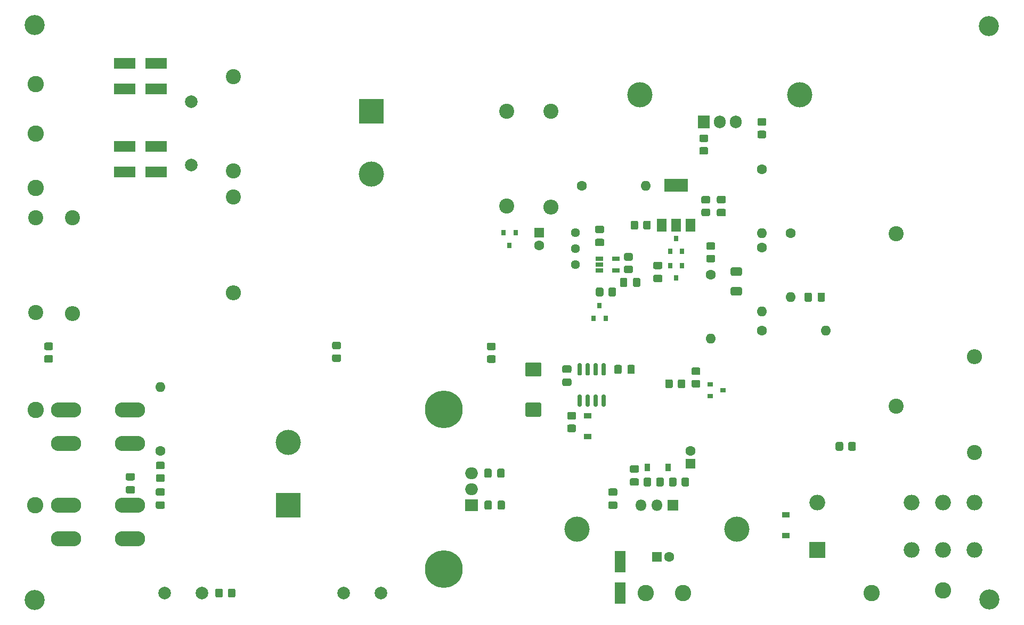
<source format=gbr>
G04 #@! TF.GenerationSoftware,KiCad,Pcbnew,(5.1.10-0-10_14)*
G04 #@! TF.CreationDate,2021-08-01T17:51:31+02:00*
G04 #@! TF.ProjectId,hv-power-supply-v1,68762d70-6f77-4657-922d-737570706c79,rev?*
G04 #@! TF.SameCoordinates,Original*
G04 #@! TF.FileFunction,Soldermask,Top*
G04 #@! TF.FilePolarity,Negative*
%FSLAX46Y46*%
G04 Gerber Fmt 4.6, Leading zero omitted, Abs format (unit mm)*
G04 Created by KiCad (PCBNEW (5.1.10-0-10_14)) date 2021-08-01 17:51:31*
%MOMM*%
%LPD*%
G01*
G04 APERTURE LIST*
%ADD10O,1.600000X1.600000*%
%ADD11C,1.600000*%
%ADD12C,2.400000*%
%ADD13O,2.400000X2.400000*%
%ADD14C,2.000000*%
%ADD15R,1.500000X2.000000*%
%ADD16R,3.800000X2.000000*%
%ADD17C,6.000000*%
%ADD18R,0.800000X0.900000*%
%ADD19R,0.900000X0.800000*%
%ADD20R,1.220000X0.650000*%
%ADD21C,4.000000*%
%ADD22R,4.000000X4.000000*%
%ADD23R,2.000000X1.905000*%
%ADD24O,2.000000X1.905000*%
%ADD25R,1.800000X3.500000*%
%ADD26O,4.800600X2.400300*%
%ADD27R,0.900000X1.200000*%
%ADD28R,1.600000X1.600000*%
%ADD29R,3.500000X1.800000*%
%ADD30O,1.905000X2.000000*%
%ADD31R,1.905000X2.000000*%
%ADD32C,2.600000*%
%ADD33C,1.440000*%
%ADD34O,2.500000X2.500000*%
%ADD35R,2.500000X2.500000*%
%ADD36R,1.200000X0.900000*%
%ADD37R,1.800000X1.800000*%
%ADD38O,1.800000X1.800000*%
%ADD39C,3.200000*%
G04 APERTURE END LIST*
D10*
X79184500Y-106997500D03*
D11*
X79184500Y-117157500D03*
D12*
X90805000Y-57594500D03*
X90805000Y-72594500D03*
X196088000Y-110050000D03*
X196088000Y-82550000D03*
D13*
X90779600Y-91948000D03*
D12*
X90779600Y-76708000D03*
D14*
X84124800Y-61620400D03*
X84124800Y-71620400D03*
G36*
G01*
X79634501Y-120043500D02*
X78734499Y-120043500D01*
G75*
G02*
X78484500Y-119793501I0J249999D01*
G01*
X78484500Y-119093499D01*
G75*
G02*
X78734499Y-118843500I249999J0D01*
G01*
X79634501Y-118843500D01*
G75*
G02*
X79884500Y-119093499I0J-249999D01*
G01*
X79884500Y-119793501D01*
G75*
G02*
X79634501Y-120043500I-249999J0D01*
G01*
G37*
G36*
G01*
X79634501Y-122043500D02*
X78734499Y-122043500D01*
G75*
G02*
X78484500Y-121793501I0J249999D01*
G01*
X78484500Y-121093499D01*
G75*
G02*
X78734499Y-120843500I249999J0D01*
G01*
X79634501Y-120843500D01*
G75*
G02*
X79884500Y-121093499I0J-249999D01*
G01*
X79884500Y-121793501D01*
G75*
G02*
X79634501Y-122043500I-249999J0D01*
G01*
G37*
G36*
G01*
X79659500Y-124242500D02*
X78709500Y-124242500D01*
G75*
G02*
X78459500Y-123992500I0J250000D01*
G01*
X78459500Y-123317500D01*
G75*
G02*
X78709500Y-123067500I250000J0D01*
G01*
X79659500Y-123067500D01*
G75*
G02*
X79909500Y-123317500I0J-250000D01*
G01*
X79909500Y-123992500D01*
G75*
G02*
X79659500Y-124242500I-250000J0D01*
G01*
G37*
G36*
G01*
X79659500Y-126317500D02*
X78709500Y-126317500D01*
G75*
G02*
X78459500Y-126067500I0J250000D01*
G01*
X78459500Y-125392500D01*
G75*
G02*
X78709500Y-125142500I250000J0D01*
G01*
X79659500Y-125142500D01*
G75*
G02*
X79909500Y-125392500I0J-250000D01*
G01*
X79909500Y-126067500D01*
G75*
G02*
X79659500Y-126317500I-250000J0D01*
G01*
G37*
G36*
G01*
X74897000Y-121829500D02*
X73947000Y-121829500D01*
G75*
G02*
X73697000Y-121579500I0J250000D01*
G01*
X73697000Y-120904500D01*
G75*
G02*
X73947000Y-120654500I250000J0D01*
G01*
X74897000Y-120654500D01*
G75*
G02*
X75147000Y-120904500I0J-250000D01*
G01*
X75147000Y-121579500D01*
G75*
G02*
X74897000Y-121829500I-250000J0D01*
G01*
G37*
G36*
G01*
X74897000Y-123904500D02*
X73947000Y-123904500D01*
G75*
G02*
X73697000Y-123654500I0J250000D01*
G01*
X73697000Y-122979500D01*
G75*
G02*
X73947000Y-122729500I250000J0D01*
G01*
X74897000Y-122729500D01*
G75*
G02*
X75147000Y-122979500I0J-250000D01*
G01*
X75147000Y-123654500D01*
G75*
G02*
X74897000Y-123904500I-250000J0D01*
G01*
G37*
D15*
X158863000Y-81216500D03*
X163463000Y-81216500D03*
X161163000Y-81216500D03*
D16*
X161163000Y-74916500D03*
D17*
X124206000Y-135890000D03*
X124206000Y-110490000D03*
D18*
X161160500Y-89630000D03*
X160210500Y-87630000D03*
X162110500Y-87630000D03*
D19*
X168602000Y-107465000D03*
X166602000Y-108415000D03*
X166602000Y-106515000D03*
D20*
X151616400Y-86550500D03*
X151616400Y-88450500D03*
X148996400Y-88450500D03*
X148996400Y-87500500D03*
X148996400Y-86550500D03*
D21*
X99504500Y-115753000D03*
D22*
X99504500Y-125753000D03*
D23*
X128613000Y-125753000D03*
D24*
X128613000Y-123213000D03*
X128613000Y-120673000D03*
D21*
X155410000Y-60475000D03*
X180810000Y-60475000D03*
X145377000Y-129563000D03*
X170777000Y-129563000D03*
D25*
X152298500Y-139723000D03*
X152298500Y-134723000D03*
D13*
X208597500Y-102108000D03*
D12*
X208597500Y-117348000D03*
D26*
X64224000Y-110640000D03*
X74384000Y-110640000D03*
X74384000Y-131087000D03*
X64224000Y-131087000D03*
X74384000Y-125753000D03*
X64224000Y-125753000D03*
X64224000Y-115974000D03*
X74384000Y-115974000D03*
D27*
X159853000Y-119784000D03*
X156553000Y-119784000D03*
D11*
X163411000Y-117149000D03*
D28*
X163411000Y-119149000D03*
G36*
G01*
X61880001Y-101080000D02*
X60979999Y-101080000D01*
G75*
G02*
X60730000Y-100830001I0J249999D01*
G01*
X60730000Y-100129999D01*
G75*
G02*
X60979999Y-99880000I249999J0D01*
G01*
X61880001Y-99880000D01*
G75*
G02*
X62130000Y-100129999I0J-249999D01*
G01*
X62130000Y-100830001D01*
G75*
G02*
X61880001Y-101080000I-249999J0D01*
G01*
G37*
G36*
G01*
X61880001Y-103080000D02*
X60979999Y-103080000D01*
G75*
G02*
X60730000Y-102830001I0J249999D01*
G01*
X60730000Y-102129999D01*
G75*
G02*
X60979999Y-101880000I249999J0D01*
G01*
X61880001Y-101880000D01*
G75*
G02*
X62130000Y-102129999I0J-249999D01*
G01*
X62130000Y-102830001D01*
G75*
G02*
X61880001Y-103080000I-249999J0D01*
G01*
G37*
D13*
X65214500Y-95313500D03*
D12*
X65214500Y-80073500D03*
D29*
X73520400Y-59586000D03*
X78520400Y-59586000D03*
X78520400Y-68679200D03*
X73520400Y-68679200D03*
X78520400Y-72743200D03*
X73520400Y-72743200D03*
X73520400Y-55522000D03*
X78520400Y-55522000D03*
G36*
G01*
X145971500Y-105138000D02*
X145671500Y-105138000D01*
G75*
G02*
X145521500Y-104988000I0J150000D01*
G01*
X145521500Y-103338000D01*
G75*
G02*
X145671500Y-103188000I150000J0D01*
G01*
X145971500Y-103188000D01*
G75*
G02*
X146121500Y-103338000I0J-150000D01*
G01*
X146121500Y-104988000D01*
G75*
G02*
X145971500Y-105138000I-150000J0D01*
G01*
G37*
G36*
G01*
X147241500Y-105138000D02*
X146941500Y-105138000D01*
G75*
G02*
X146791500Y-104988000I0J150000D01*
G01*
X146791500Y-103338000D01*
G75*
G02*
X146941500Y-103188000I150000J0D01*
G01*
X147241500Y-103188000D01*
G75*
G02*
X147391500Y-103338000I0J-150000D01*
G01*
X147391500Y-104988000D01*
G75*
G02*
X147241500Y-105138000I-150000J0D01*
G01*
G37*
G36*
G01*
X148511500Y-105138000D02*
X148211500Y-105138000D01*
G75*
G02*
X148061500Y-104988000I0J150000D01*
G01*
X148061500Y-103338000D01*
G75*
G02*
X148211500Y-103188000I150000J0D01*
G01*
X148511500Y-103188000D01*
G75*
G02*
X148661500Y-103338000I0J-150000D01*
G01*
X148661500Y-104988000D01*
G75*
G02*
X148511500Y-105138000I-150000J0D01*
G01*
G37*
G36*
G01*
X149781500Y-105138000D02*
X149481500Y-105138000D01*
G75*
G02*
X149331500Y-104988000I0J150000D01*
G01*
X149331500Y-103338000D01*
G75*
G02*
X149481500Y-103188000I150000J0D01*
G01*
X149781500Y-103188000D01*
G75*
G02*
X149931500Y-103338000I0J-150000D01*
G01*
X149931500Y-104988000D01*
G75*
G02*
X149781500Y-105138000I-150000J0D01*
G01*
G37*
G36*
G01*
X149781500Y-110088000D02*
X149481500Y-110088000D01*
G75*
G02*
X149331500Y-109938000I0J150000D01*
G01*
X149331500Y-108288000D01*
G75*
G02*
X149481500Y-108138000I150000J0D01*
G01*
X149781500Y-108138000D01*
G75*
G02*
X149931500Y-108288000I0J-150000D01*
G01*
X149931500Y-109938000D01*
G75*
G02*
X149781500Y-110088000I-150000J0D01*
G01*
G37*
G36*
G01*
X148511500Y-110088000D02*
X148211500Y-110088000D01*
G75*
G02*
X148061500Y-109938000I0J150000D01*
G01*
X148061500Y-108288000D01*
G75*
G02*
X148211500Y-108138000I150000J0D01*
G01*
X148511500Y-108138000D01*
G75*
G02*
X148661500Y-108288000I0J-150000D01*
G01*
X148661500Y-109938000D01*
G75*
G02*
X148511500Y-110088000I-150000J0D01*
G01*
G37*
G36*
G01*
X147241500Y-110088000D02*
X146941500Y-110088000D01*
G75*
G02*
X146791500Y-109938000I0J150000D01*
G01*
X146791500Y-108288000D01*
G75*
G02*
X146941500Y-108138000I150000J0D01*
G01*
X147241500Y-108138000D01*
G75*
G02*
X147391500Y-108288000I0J-150000D01*
G01*
X147391500Y-109938000D01*
G75*
G02*
X147241500Y-110088000I-150000J0D01*
G01*
G37*
G36*
G01*
X145971500Y-110088000D02*
X145671500Y-110088000D01*
G75*
G02*
X145521500Y-109938000I0J150000D01*
G01*
X145521500Y-108288000D01*
G75*
G02*
X145671500Y-108138000I150000J0D01*
G01*
X145971500Y-108138000D01*
G75*
G02*
X146121500Y-108288000I0J-150000D01*
G01*
X146121500Y-109938000D01*
G75*
G02*
X145971500Y-110088000I-150000J0D01*
G01*
G37*
G36*
G01*
X165994501Y-68005500D02*
X165094499Y-68005500D01*
G75*
G02*
X164844500Y-67755501I0J249999D01*
G01*
X164844500Y-67055499D01*
G75*
G02*
X165094499Y-66805500I249999J0D01*
G01*
X165994501Y-66805500D01*
G75*
G02*
X166244500Y-67055499I0J-249999D01*
G01*
X166244500Y-67755501D01*
G75*
G02*
X165994501Y-68005500I-249999J0D01*
G01*
G37*
G36*
G01*
X165994501Y-70005500D02*
X165094499Y-70005500D01*
G75*
G02*
X164844500Y-69755501I0J249999D01*
G01*
X164844500Y-69055499D01*
G75*
G02*
X165094499Y-68805500I249999J0D01*
G01*
X165994501Y-68805500D01*
G75*
G02*
X166244500Y-69055499I0J-249999D01*
G01*
X166244500Y-69755501D01*
G75*
G02*
X165994501Y-70005500I-249999J0D01*
G01*
G37*
D10*
X166649500Y-99273500D03*
D11*
X166649500Y-89113500D03*
D10*
X156337000Y-74930000D03*
D11*
X146177000Y-74930000D03*
D10*
X174777500Y-82509500D03*
D11*
X174777500Y-72349500D03*
G36*
G01*
X174327499Y-66193000D02*
X175227501Y-66193000D01*
G75*
G02*
X175477500Y-66442999I0J-249999D01*
G01*
X175477500Y-67143001D01*
G75*
G02*
X175227501Y-67393000I-249999J0D01*
G01*
X174327499Y-67393000D01*
G75*
G02*
X174077500Y-67143001I0J249999D01*
G01*
X174077500Y-66442999D01*
G75*
G02*
X174327499Y-66193000I249999J0D01*
G01*
G37*
G36*
G01*
X174327499Y-64193000D02*
X175227501Y-64193000D01*
G75*
G02*
X175477500Y-64442999I0J-249999D01*
G01*
X175477500Y-65143001D01*
G75*
G02*
X175227501Y-65393000I-249999J0D01*
G01*
X174327499Y-65393000D01*
G75*
G02*
X174077500Y-65143001I0J249999D01*
G01*
X174077500Y-64442999D01*
G75*
G02*
X174327499Y-64193000I249999J0D01*
G01*
G37*
G36*
G01*
X170063497Y-91068000D02*
X171363503Y-91068000D01*
G75*
G02*
X171613500Y-91317997I0J-249997D01*
G01*
X171613500Y-92143003D01*
G75*
G02*
X171363503Y-92393000I-249997J0D01*
G01*
X170063497Y-92393000D01*
G75*
G02*
X169813500Y-92143003I0J249997D01*
G01*
X169813500Y-91317997D01*
G75*
G02*
X170063497Y-91068000I249997J0D01*
G01*
G37*
G36*
G01*
X170063497Y-87943000D02*
X171363503Y-87943000D01*
G75*
G02*
X171613500Y-88192997I0J-249997D01*
G01*
X171613500Y-89018003D01*
G75*
G02*
X171363503Y-89268000I-249997J0D01*
G01*
X170063497Y-89268000D01*
G75*
G02*
X169813500Y-89018003I0J249997D01*
G01*
X169813500Y-88192997D01*
G75*
G02*
X170063497Y-87943000I249997J0D01*
G01*
G37*
G36*
G01*
X183631000Y-93144500D02*
X183631000Y-92194500D01*
G75*
G02*
X183881000Y-91944500I250000J0D01*
G01*
X184556000Y-91944500D01*
G75*
G02*
X184806000Y-92194500I0J-250000D01*
G01*
X184806000Y-93144500D01*
G75*
G02*
X184556000Y-93394500I-250000J0D01*
G01*
X183881000Y-93394500D01*
G75*
G02*
X183631000Y-93144500I0J250000D01*
G01*
G37*
G36*
G01*
X181556000Y-93144500D02*
X181556000Y-92194500D01*
G75*
G02*
X181806000Y-91944500I250000J0D01*
G01*
X182481000Y-91944500D01*
G75*
G02*
X182731000Y-92194500I0J-250000D01*
G01*
X182731000Y-93144500D01*
G75*
G02*
X182481000Y-93394500I-250000J0D01*
G01*
X181806000Y-93394500D01*
G75*
G02*
X181556000Y-93144500I0J250000D01*
G01*
G37*
D30*
X170650000Y-64793000D03*
X168110000Y-64793000D03*
D31*
X165570000Y-64793000D03*
G36*
G01*
X188503000Y-116845501D02*
X188503000Y-115945499D01*
G75*
G02*
X188752999Y-115695500I249999J0D01*
G01*
X189453001Y-115695500D01*
G75*
G02*
X189703000Y-115945499I0J-249999D01*
G01*
X189703000Y-116845501D01*
G75*
G02*
X189453001Y-117095500I-249999J0D01*
G01*
X188752999Y-117095500D01*
G75*
G02*
X188503000Y-116845501I0J249999D01*
G01*
G37*
G36*
G01*
X186503000Y-116845501D02*
X186503000Y-115945499D01*
G75*
G02*
X186752999Y-115695500I249999J0D01*
G01*
X187453001Y-115695500D01*
G75*
G02*
X187703000Y-115945499I0J-249999D01*
G01*
X187703000Y-116845501D01*
G75*
G02*
X187453001Y-117095500I-249999J0D01*
G01*
X186752999Y-117095500D01*
G75*
G02*
X186503000Y-116845501I0J249999D01*
G01*
G37*
G36*
G01*
X132238001Y-101112000D02*
X131337999Y-101112000D01*
G75*
G02*
X131088000Y-100862001I0J249999D01*
G01*
X131088000Y-100161999D01*
G75*
G02*
X131337999Y-99912000I249999J0D01*
G01*
X132238001Y-99912000D01*
G75*
G02*
X132488000Y-100161999I0J-249999D01*
G01*
X132488000Y-100862001D01*
G75*
G02*
X132238001Y-101112000I-249999J0D01*
G01*
G37*
G36*
G01*
X132238001Y-103112000D02*
X131337999Y-103112000D01*
G75*
G02*
X131088000Y-102862001I0J249999D01*
G01*
X131088000Y-102161999D01*
G75*
G02*
X131337999Y-101912000I249999J0D01*
G01*
X132238001Y-101912000D01*
G75*
G02*
X132488000Y-102161999I0J-249999D01*
G01*
X132488000Y-102862001D01*
G75*
G02*
X132238001Y-103112000I-249999J0D01*
G01*
G37*
G36*
G01*
X107638001Y-100962000D02*
X106737999Y-100962000D01*
G75*
G02*
X106488000Y-100712001I0J249999D01*
G01*
X106488000Y-100011999D01*
G75*
G02*
X106737999Y-99762000I249999J0D01*
G01*
X107638001Y-99762000D01*
G75*
G02*
X107888000Y-100011999I0J-249999D01*
G01*
X107888000Y-100712001D01*
G75*
G02*
X107638001Y-100962000I-249999J0D01*
G01*
G37*
G36*
G01*
X107638001Y-102962000D02*
X106737999Y-102962000D01*
G75*
G02*
X106488000Y-102712001I0J249999D01*
G01*
X106488000Y-102011999D01*
G75*
G02*
X106737999Y-101762000I249999J0D01*
G01*
X107638001Y-101762000D01*
G75*
G02*
X107888000Y-102011999I0J-249999D01*
G01*
X107888000Y-102712001D01*
G75*
G02*
X107638001Y-102962000I-249999J0D01*
G01*
G37*
G36*
G01*
X166199499Y-85941500D02*
X167099501Y-85941500D01*
G75*
G02*
X167349500Y-86191499I0J-249999D01*
G01*
X167349500Y-86891501D01*
G75*
G02*
X167099501Y-87141500I-249999J0D01*
G01*
X166199499Y-87141500D01*
G75*
G02*
X165949500Y-86891501I0J249999D01*
G01*
X165949500Y-86191499D01*
G75*
G02*
X166199499Y-85941500I249999J0D01*
G01*
G37*
G36*
G01*
X166199499Y-83941500D02*
X167099501Y-83941500D01*
G75*
G02*
X167349500Y-84191499I0J-249999D01*
G01*
X167349500Y-84891501D01*
G75*
G02*
X167099501Y-85141500I-249999J0D01*
G01*
X166199499Y-85141500D01*
G75*
G02*
X165949500Y-84891501I0J249999D01*
G01*
X165949500Y-84191499D01*
G75*
G02*
X166199499Y-83941500I249999J0D01*
G01*
G37*
G36*
G01*
X157985000Y-122520001D02*
X157985000Y-121619999D01*
G75*
G02*
X158234999Y-121370000I249999J0D01*
G01*
X158935001Y-121370000D01*
G75*
G02*
X159185000Y-121619999I0J-249999D01*
G01*
X159185000Y-122520001D01*
G75*
G02*
X158935001Y-122770000I-249999J0D01*
G01*
X158234999Y-122770000D01*
G75*
G02*
X157985000Y-122520001I0J249999D01*
G01*
G37*
G36*
G01*
X155985000Y-122520001D02*
X155985000Y-121619999D01*
G75*
G02*
X156234999Y-121370000I249999J0D01*
G01*
X156935001Y-121370000D01*
G75*
G02*
X157185000Y-121619999I0J-249999D01*
G01*
X157185000Y-122520001D01*
G75*
G02*
X156935001Y-122770000I-249999J0D01*
G01*
X156234999Y-122770000D01*
G75*
G02*
X155985000Y-122520001I0J249999D01*
G01*
G37*
G36*
G01*
X162017000Y-122520001D02*
X162017000Y-121619999D01*
G75*
G02*
X162266999Y-121370000I249999J0D01*
G01*
X162967001Y-121370000D01*
G75*
G02*
X163217000Y-121619999I0J-249999D01*
G01*
X163217000Y-122520001D01*
G75*
G02*
X162967001Y-122770000I-249999J0D01*
G01*
X162266999Y-122770000D01*
G75*
G02*
X162017000Y-122520001I0J249999D01*
G01*
G37*
G36*
G01*
X160017000Y-122520001D02*
X160017000Y-121619999D01*
G75*
G02*
X160266999Y-121370000I249999J0D01*
G01*
X160967001Y-121370000D01*
G75*
G02*
X161217000Y-121619999I0J-249999D01*
G01*
X161217000Y-122520001D01*
G75*
G02*
X160967001Y-122770000I-249999J0D01*
G01*
X160266999Y-122770000D01*
G75*
G02*
X160017000Y-122520001I0J249999D01*
G01*
G37*
G36*
G01*
X89113000Y-139272999D02*
X89113000Y-140173001D01*
G75*
G02*
X88863001Y-140423000I-249999J0D01*
G01*
X88162999Y-140423000D01*
G75*
G02*
X87913000Y-140173001I0J249999D01*
G01*
X87913000Y-139272999D01*
G75*
G02*
X88162999Y-139023000I249999J0D01*
G01*
X88863001Y-139023000D01*
G75*
G02*
X89113000Y-139272999I0J-249999D01*
G01*
G37*
G36*
G01*
X91113000Y-139272999D02*
X91113000Y-140173001D01*
G75*
G02*
X90863001Y-140423000I-249999J0D01*
G01*
X90162999Y-140423000D01*
G75*
G02*
X89913000Y-140173001I0J249999D01*
G01*
X89913000Y-139272999D01*
G75*
G02*
X90162999Y-139023000I249999J0D01*
G01*
X90863001Y-139023000D01*
G75*
G02*
X91113000Y-139272999I0J-249999D01*
G01*
G37*
G36*
G01*
X163849999Y-105849000D02*
X164750001Y-105849000D01*
G75*
G02*
X165000000Y-106098999I0J-249999D01*
G01*
X165000000Y-106799001D01*
G75*
G02*
X164750001Y-107049000I-249999J0D01*
G01*
X163849999Y-107049000D01*
G75*
G02*
X163600000Y-106799001I0J249999D01*
G01*
X163600000Y-106098999D01*
G75*
G02*
X163849999Y-105849000I249999J0D01*
G01*
G37*
G36*
G01*
X163849999Y-103849000D02*
X164750001Y-103849000D01*
G75*
G02*
X165000000Y-104098999I0J-249999D01*
G01*
X165000000Y-104799001D01*
G75*
G02*
X164750001Y-105049000I-249999J0D01*
G01*
X163849999Y-105049000D01*
G75*
G02*
X163600000Y-104799001I0J249999D01*
G01*
X163600000Y-104098999D01*
G75*
G02*
X163849999Y-103849000I249999J0D01*
G01*
G37*
G36*
G01*
X161414000Y-106899001D02*
X161414000Y-105998999D01*
G75*
G02*
X161663999Y-105749000I249999J0D01*
G01*
X162364001Y-105749000D01*
G75*
G02*
X162614000Y-105998999I0J-249999D01*
G01*
X162614000Y-106899001D01*
G75*
G02*
X162364001Y-107149000I-249999J0D01*
G01*
X161663999Y-107149000D01*
G75*
G02*
X161414000Y-106899001I0J249999D01*
G01*
G37*
G36*
G01*
X159414000Y-106899001D02*
X159414000Y-105998999D01*
G75*
G02*
X159663999Y-105749000I249999J0D01*
G01*
X160364001Y-105749000D01*
G75*
G02*
X160614000Y-105998999I0J-249999D01*
G01*
X160614000Y-106899001D01*
G75*
G02*
X160364001Y-107149000I-249999J0D01*
G01*
X159663999Y-107149000D01*
G75*
G02*
X159414000Y-106899001I0J249999D01*
G01*
G37*
G36*
G01*
X144101499Y-112929000D02*
X145001501Y-112929000D01*
G75*
G02*
X145251500Y-113178999I0J-249999D01*
G01*
X145251500Y-113879001D01*
G75*
G02*
X145001501Y-114129000I-249999J0D01*
G01*
X144101499Y-114129000D01*
G75*
G02*
X143851500Y-113879001I0J249999D01*
G01*
X143851500Y-113178999D01*
G75*
G02*
X144101499Y-112929000I249999J0D01*
G01*
G37*
G36*
G01*
X144101499Y-110929000D02*
X145001501Y-110929000D01*
G75*
G02*
X145251500Y-111178999I0J-249999D01*
G01*
X145251500Y-111879001D01*
G75*
G02*
X145001501Y-112129000I-249999J0D01*
G01*
X144101499Y-112129000D01*
G75*
G02*
X143851500Y-111879001I0J249999D01*
G01*
X143851500Y-111178999D01*
G75*
G02*
X144101499Y-110929000I249999J0D01*
G01*
G37*
G36*
G01*
X154996000Y-120582500D02*
X154046000Y-120582500D01*
G75*
G02*
X153796000Y-120332500I0J250000D01*
G01*
X153796000Y-119657500D01*
G75*
G02*
X154046000Y-119407500I250000J0D01*
G01*
X154996000Y-119407500D01*
G75*
G02*
X155246000Y-119657500I0J-250000D01*
G01*
X155246000Y-120332500D01*
G75*
G02*
X154996000Y-120582500I-250000J0D01*
G01*
G37*
G36*
G01*
X154996000Y-122657500D02*
X154046000Y-122657500D01*
G75*
G02*
X153796000Y-122407500I0J250000D01*
G01*
X153796000Y-121732500D01*
G75*
G02*
X154046000Y-121482500I250000J0D01*
G01*
X154996000Y-121482500D01*
G75*
G02*
X155246000Y-121732500I0J-250000D01*
G01*
X155246000Y-122407500D01*
G75*
G02*
X154996000Y-122657500I-250000J0D01*
G01*
G37*
G36*
G01*
X151567000Y-124265500D02*
X150617000Y-124265500D01*
G75*
G02*
X150367000Y-124015500I0J250000D01*
G01*
X150367000Y-123340500D01*
G75*
G02*
X150617000Y-123090500I250000J0D01*
G01*
X151567000Y-123090500D01*
G75*
G02*
X151817000Y-123340500I0J-250000D01*
G01*
X151817000Y-124015500D01*
G75*
G02*
X151567000Y-124265500I-250000J0D01*
G01*
G37*
G36*
G01*
X151567000Y-126340500D02*
X150617000Y-126340500D01*
G75*
G02*
X150367000Y-126090500I0J250000D01*
G01*
X150367000Y-125415500D01*
G75*
G02*
X150617000Y-125165500I250000J0D01*
G01*
X151567000Y-125165500D01*
G75*
G02*
X151817000Y-125415500I0J-250000D01*
G01*
X151817000Y-126090500D01*
G75*
G02*
X151567000Y-126340500I-250000J0D01*
G01*
G37*
G36*
G01*
X143314500Y-105607500D02*
X144264500Y-105607500D01*
G75*
G02*
X144514500Y-105857500I0J-250000D01*
G01*
X144514500Y-106532500D01*
G75*
G02*
X144264500Y-106782500I-250000J0D01*
G01*
X143314500Y-106782500D01*
G75*
G02*
X143064500Y-106532500I0J250000D01*
G01*
X143064500Y-105857500D01*
G75*
G02*
X143314500Y-105607500I250000J0D01*
G01*
G37*
G36*
G01*
X143314500Y-103532500D02*
X144264500Y-103532500D01*
G75*
G02*
X144514500Y-103782500I0J-250000D01*
G01*
X144514500Y-104457500D01*
G75*
G02*
X144264500Y-104707500I-250000J0D01*
G01*
X143314500Y-104707500D01*
G75*
G02*
X143064500Y-104457500I0J250000D01*
G01*
X143064500Y-103782500D01*
G75*
G02*
X143314500Y-103532500I250000J0D01*
G01*
G37*
G36*
G01*
X153405000Y-104638000D02*
X153405000Y-103688000D01*
G75*
G02*
X153655000Y-103438000I250000J0D01*
G01*
X154330000Y-103438000D01*
G75*
G02*
X154580000Y-103688000I0J-250000D01*
G01*
X154580000Y-104638000D01*
G75*
G02*
X154330000Y-104888000I-250000J0D01*
G01*
X153655000Y-104888000D01*
G75*
G02*
X153405000Y-104638000I0J250000D01*
G01*
G37*
G36*
G01*
X151330000Y-104638000D02*
X151330000Y-103688000D01*
G75*
G02*
X151580000Y-103438000I250000J0D01*
G01*
X152255000Y-103438000D01*
G75*
G02*
X152505000Y-103688000I0J-250000D01*
G01*
X152505000Y-104638000D01*
G75*
G02*
X152255000Y-104888000I-250000J0D01*
G01*
X151580000Y-104888000D01*
G75*
G02*
X151330000Y-104638000I0J250000D01*
G01*
G37*
G36*
G01*
X130649500Y-121148000D02*
X130649500Y-120198000D01*
G75*
G02*
X130899500Y-119948000I250000J0D01*
G01*
X131574500Y-119948000D01*
G75*
G02*
X131824500Y-120198000I0J-250000D01*
G01*
X131824500Y-121148000D01*
G75*
G02*
X131574500Y-121398000I-250000J0D01*
G01*
X130899500Y-121398000D01*
G75*
G02*
X130649500Y-121148000I0J250000D01*
G01*
G37*
G36*
G01*
X132724500Y-121148000D02*
X132724500Y-120198000D01*
G75*
G02*
X132974500Y-119948000I250000J0D01*
G01*
X133649500Y-119948000D01*
G75*
G02*
X133899500Y-120198000I0J-250000D01*
G01*
X133899500Y-121148000D01*
G75*
G02*
X133649500Y-121398000I-250000J0D01*
G01*
X132974500Y-121398000D01*
G75*
G02*
X132724500Y-121148000I0J250000D01*
G01*
G37*
G36*
G01*
X130692500Y-126228000D02*
X130692500Y-125278000D01*
G75*
G02*
X130942500Y-125028000I250000J0D01*
G01*
X131617500Y-125028000D01*
G75*
G02*
X131867500Y-125278000I0J-250000D01*
G01*
X131867500Y-126228000D01*
G75*
G02*
X131617500Y-126478000I-250000J0D01*
G01*
X130942500Y-126478000D01*
G75*
G02*
X130692500Y-126228000I0J250000D01*
G01*
G37*
G36*
G01*
X132767500Y-126228000D02*
X132767500Y-125278000D01*
G75*
G02*
X133017500Y-125028000I250000J0D01*
G01*
X133692500Y-125028000D01*
G75*
G02*
X133942500Y-125278000I0J-250000D01*
G01*
X133942500Y-126228000D01*
G75*
G02*
X133692500Y-126478000I-250000J0D01*
G01*
X133017500Y-126478000D01*
G75*
G02*
X132767500Y-126228000I0J250000D01*
G01*
G37*
D32*
X162268000Y-139723000D03*
X156299000Y-139723000D03*
X59398000Y-110640000D03*
X59271000Y-125753000D03*
X59398000Y-75334000D03*
X59398000Y-66698000D03*
X59398000Y-58824000D03*
D11*
X160077000Y-134008000D03*
D28*
X158077000Y-134008000D03*
G36*
G01*
X137430499Y-109438000D02*
X139480501Y-109438000D01*
G75*
G02*
X139730500Y-109687999I0J-249999D01*
G01*
X139730500Y-111438001D01*
G75*
G02*
X139480501Y-111688000I-249999J0D01*
G01*
X137430499Y-111688000D01*
G75*
G02*
X137180500Y-111438001I0J249999D01*
G01*
X137180500Y-109687999D01*
G75*
G02*
X137430499Y-109438000I249999J0D01*
G01*
G37*
G36*
G01*
X137430499Y-103038000D02*
X139480501Y-103038000D01*
G75*
G02*
X139730500Y-103287999I0J-249999D01*
G01*
X139730500Y-105038001D01*
G75*
G02*
X139480501Y-105288000I-249999J0D01*
G01*
X137430499Y-105288000D01*
G75*
G02*
X137180500Y-105038001I0J249999D01*
G01*
X137180500Y-103287999D01*
G75*
G02*
X137430499Y-103038000I249999J0D01*
G01*
G37*
D18*
X134683500Y-84439000D03*
X133733500Y-82439000D03*
X135633500Y-82439000D03*
D33*
X145186500Y-87526000D03*
X145186500Y-84986000D03*
X145186500Y-82446000D03*
D34*
X183578500Y-125342000D03*
X198578500Y-125342000D03*
X203578500Y-125342000D03*
X208578500Y-125342000D03*
X208578500Y-132842000D03*
X203578500Y-132842000D03*
X198578500Y-132842000D03*
D35*
X183578500Y-132842000D03*
D10*
X179349500Y-92669500D03*
D11*
X179349500Y-82509500D03*
G36*
G01*
X165411999Y-78584500D02*
X166312001Y-78584500D01*
G75*
G02*
X166562000Y-78834499I0J-249999D01*
G01*
X166562000Y-79534501D01*
G75*
G02*
X166312001Y-79784500I-249999J0D01*
G01*
X165411999Y-79784500D01*
G75*
G02*
X165162000Y-79534501I0J249999D01*
G01*
X165162000Y-78834499D01*
G75*
G02*
X165411999Y-78584500I249999J0D01*
G01*
G37*
G36*
G01*
X165411999Y-76584500D02*
X166312001Y-76584500D01*
G75*
G02*
X166562000Y-76834499I0J-249999D01*
G01*
X166562000Y-77534501D01*
G75*
G02*
X166312001Y-77784500I-249999J0D01*
G01*
X165411999Y-77784500D01*
G75*
G02*
X165162000Y-77534501I0J249999D01*
G01*
X165162000Y-76834499D01*
G75*
G02*
X165411999Y-76584500I249999J0D01*
G01*
G37*
G36*
G01*
X149596500Y-91393999D02*
X149596500Y-92294001D01*
G75*
G02*
X149346501Y-92544000I-249999J0D01*
G01*
X148646499Y-92544000D01*
G75*
G02*
X148396500Y-92294001I0J249999D01*
G01*
X148396500Y-91393999D01*
G75*
G02*
X148646499Y-91144000I249999J0D01*
G01*
X149346501Y-91144000D01*
G75*
G02*
X149596500Y-91393999I0J-249999D01*
G01*
G37*
G36*
G01*
X151596500Y-91393999D02*
X151596500Y-92294001D01*
G75*
G02*
X151346501Y-92544000I-249999J0D01*
G01*
X150646499Y-92544000D01*
G75*
G02*
X150396500Y-92294001I0J249999D01*
G01*
X150396500Y-91393999D01*
G75*
G02*
X150646499Y-91144000I249999J0D01*
G01*
X151346501Y-91144000D01*
G75*
G02*
X151596500Y-91393999I0J-249999D01*
G01*
G37*
G36*
G01*
X155127500Y-80766499D02*
X155127500Y-81666501D01*
G75*
G02*
X154877501Y-81916500I-249999J0D01*
G01*
X154177499Y-81916500D01*
G75*
G02*
X153927500Y-81666501I0J249999D01*
G01*
X153927500Y-80766499D01*
G75*
G02*
X154177499Y-80516500I249999J0D01*
G01*
X154877501Y-80516500D01*
G75*
G02*
X155127500Y-80766499I0J-249999D01*
G01*
G37*
G36*
G01*
X157127500Y-80766499D02*
X157127500Y-81666501D01*
G75*
G02*
X156877501Y-81916500I-249999J0D01*
G01*
X156177499Y-81916500D01*
G75*
G02*
X155927500Y-81666501I0J249999D01*
G01*
X155927500Y-80766499D01*
G75*
G02*
X156177499Y-80516500I249999J0D01*
G01*
X156877501Y-80516500D01*
G75*
G02*
X157127500Y-80766499I0J-249999D01*
G01*
G37*
G36*
G01*
X154018501Y-86856000D02*
X153118499Y-86856000D01*
G75*
G02*
X152868500Y-86606001I0J249999D01*
G01*
X152868500Y-85905999D01*
G75*
G02*
X153118499Y-85656000I249999J0D01*
G01*
X154018501Y-85656000D01*
G75*
G02*
X154268500Y-85905999I0J-249999D01*
G01*
X154268500Y-86606001D01*
G75*
G02*
X154018501Y-86856000I-249999J0D01*
G01*
G37*
G36*
G01*
X154018501Y-88856000D02*
X153118499Y-88856000D01*
G75*
G02*
X152868500Y-88606001I0J249999D01*
G01*
X152868500Y-87905999D01*
G75*
G02*
X153118499Y-87656000I249999J0D01*
G01*
X154018501Y-87656000D01*
G75*
G02*
X154268500Y-87905999I0J-249999D01*
G01*
X154268500Y-88606001D01*
G75*
G02*
X154018501Y-88856000I-249999J0D01*
G01*
G37*
D13*
X141274800Y-78384400D03*
D12*
X141274800Y-63144400D03*
D10*
X184937500Y-98003500D03*
D11*
X174777500Y-98003500D03*
D10*
X174777500Y-94955500D03*
D11*
X174777500Y-84795500D03*
D14*
X108293000Y-139723000D03*
X114262000Y-139723000D03*
X79845000Y-139723000D03*
X85814000Y-139723000D03*
D32*
X192240000Y-139723000D03*
X203543000Y-139342000D03*
D36*
X178562000Y-127319500D03*
X178562000Y-130619500D03*
D18*
X161165500Y-83344000D03*
X162115500Y-85344000D03*
X160215500Y-85344000D03*
X148996500Y-94003000D03*
X149946500Y-96003000D03*
X148046500Y-96003000D03*
D36*
X147091500Y-114829000D03*
X147091500Y-111529000D03*
G36*
G01*
X158717000Y-88217500D02*
X157767000Y-88217500D01*
G75*
G02*
X157517000Y-87967500I0J250000D01*
G01*
X157517000Y-87292500D01*
G75*
G02*
X157767000Y-87042500I250000J0D01*
G01*
X158717000Y-87042500D01*
G75*
G02*
X158967000Y-87292500I0J-250000D01*
G01*
X158967000Y-87967500D01*
G75*
G02*
X158717000Y-88217500I-250000J0D01*
G01*
G37*
G36*
G01*
X158717000Y-90292500D02*
X157767000Y-90292500D01*
G75*
G02*
X157517000Y-90042500I0J250000D01*
G01*
X157517000Y-89367500D01*
G75*
G02*
X157767000Y-89117500I250000J0D01*
G01*
X158717000Y-89117500D01*
G75*
G02*
X158967000Y-89367500I0J-250000D01*
G01*
X158967000Y-90042500D01*
G75*
G02*
X158717000Y-90292500I-250000J0D01*
G01*
G37*
D11*
X139382500Y-84423000D03*
D28*
X139382500Y-82423000D03*
G36*
G01*
X168813500Y-77740000D02*
X167863500Y-77740000D01*
G75*
G02*
X167613500Y-77490000I0J250000D01*
G01*
X167613500Y-76815000D01*
G75*
G02*
X167863500Y-76565000I250000J0D01*
G01*
X168813500Y-76565000D01*
G75*
G02*
X169063500Y-76815000I0J-250000D01*
G01*
X169063500Y-77490000D01*
G75*
G02*
X168813500Y-77740000I-250000J0D01*
G01*
G37*
G36*
G01*
X168813500Y-79815000D02*
X167863500Y-79815000D01*
G75*
G02*
X167613500Y-79565000I0J250000D01*
G01*
X167613500Y-78890000D01*
G75*
G02*
X167863500Y-78640000I250000J0D01*
G01*
X168813500Y-78640000D01*
G75*
G02*
X169063500Y-78890000I0J-250000D01*
G01*
X169063500Y-79565000D01*
G75*
G02*
X168813500Y-79815000I-250000J0D01*
G01*
G37*
G36*
G01*
X149471500Y-82482500D02*
X148521500Y-82482500D01*
G75*
G02*
X148271500Y-82232500I0J250000D01*
G01*
X148271500Y-81557500D01*
G75*
G02*
X148521500Y-81307500I250000J0D01*
G01*
X149471500Y-81307500D01*
G75*
G02*
X149721500Y-81557500I0J-250000D01*
G01*
X149721500Y-82232500D01*
G75*
G02*
X149471500Y-82482500I-250000J0D01*
G01*
G37*
G36*
G01*
X149471500Y-84557500D02*
X148521500Y-84557500D01*
G75*
G02*
X148271500Y-84307500I0J250000D01*
G01*
X148271500Y-83632500D01*
G75*
G02*
X148521500Y-83382500I250000J0D01*
G01*
X149471500Y-83382500D01*
G75*
G02*
X149721500Y-83632500I0J-250000D01*
G01*
X149721500Y-84307500D01*
G75*
G02*
X149471500Y-84557500I-250000J0D01*
G01*
G37*
G36*
G01*
X154294000Y-90795000D02*
X154294000Y-89845000D01*
G75*
G02*
X154544000Y-89595000I250000J0D01*
G01*
X155219000Y-89595000D01*
G75*
G02*
X155469000Y-89845000I0J-250000D01*
G01*
X155469000Y-90795000D01*
G75*
G02*
X155219000Y-91045000I-250000J0D01*
G01*
X154544000Y-91045000D01*
G75*
G02*
X154294000Y-90795000I0J250000D01*
G01*
G37*
G36*
G01*
X152219000Y-90795000D02*
X152219000Y-89845000D01*
G75*
G02*
X152469000Y-89595000I250000J0D01*
G01*
X153144000Y-89595000D01*
G75*
G02*
X153394000Y-89845000I0J-250000D01*
G01*
X153394000Y-90795000D01*
G75*
G02*
X153144000Y-91045000I-250000J0D01*
G01*
X152469000Y-91045000D01*
G75*
G02*
X152219000Y-90795000I0J250000D01*
G01*
G37*
D12*
X134213600Y-63144400D03*
X134213600Y-78144400D03*
D21*
X112712500Y-73119000D03*
D22*
X112712500Y-63119000D03*
D12*
X59372500Y-95073500D03*
X59372500Y-80073500D03*
D37*
X160617000Y-125753000D03*
D38*
X158077000Y-125753000D03*
X155537000Y-125753000D03*
D39*
X210947000Y-140716000D03*
X59182000Y-140843000D03*
X210820000Y-49530000D03*
X59182000Y-49403000D03*
M02*

</source>
